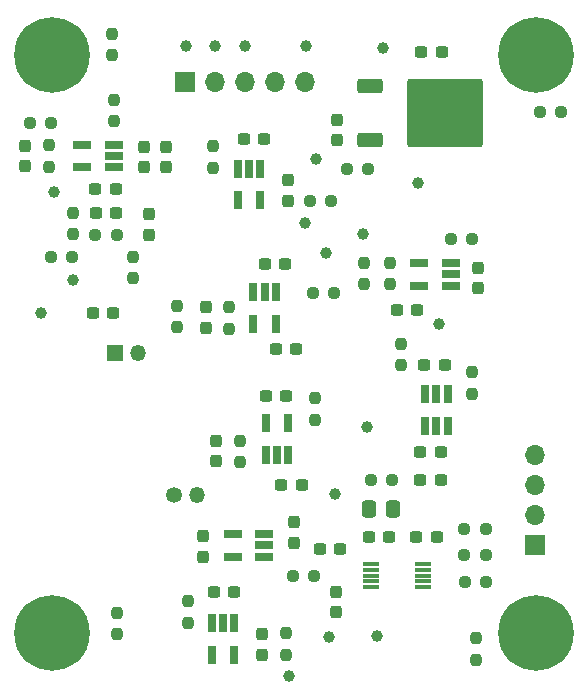
<source format=gbr>
%TF.GenerationSoftware,KiCad,Pcbnew,7.0.2-0*%
%TF.CreationDate,2025-01-08T13:19:12-05:00*%
%TF.ProjectId,plaqchek_sipm_sens,706c6171-6368-4656-9b5f-7369706d5f73,rev?*%
%TF.SameCoordinates,Original*%
%TF.FileFunction,Soldermask,Top*%
%TF.FilePolarity,Negative*%
%FSLAX46Y46*%
G04 Gerber Fmt 4.6, Leading zero omitted, Abs format (unit mm)*
G04 Created by KiCad (PCBNEW 7.0.2-0) date 2025-01-08 13:19:12*
%MOMM*%
%LPD*%
G01*
G04 APERTURE LIST*
G04 Aperture macros list*
%AMRoundRect*
0 Rectangle with rounded corners*
0 $1 Rounding radius*
0 $2 $3 $4 $5 $6 $7 $8 $9 X,Y pos of 4 corners*
0 Add a 4 corners polygon primitive as box body*
4,1,4,$2,$3,$4,$5,$6,$7,$8,$9,$2,$3,0*
0 Add four circle primitives for the rounded corners*
1,1,$1+$1,$2,$3*
1,1,$1+$1,$4,$5*
1,1,$1+$1,$6,$7*
1,1,$1+$1,$8,$9*
0 Add four rect primitives between the rounded corners*
20,1,$1+$1,$2,$3,$4,$5,0*
20,1,$1+$1,$4,$5,$6,$7,0*
20,1,$1+$1,$6,$7,$8,$9,0*
20,1,$1+$1,$8,$9,$2,$3,0*%
G04 Aperture macros list end*
%ADD10C,1.000000*%
%ADD11RoundRect,0.237500X-0.300000X-0.237500X0.300000X-0.237500X0.300000X0.237500X-0.300000X0.237500X0*%
%ADD12RoundRect,0.237500X-0.250000X-0.237500X0.250000X-0.237500X0.250000X0.237500X-0.250000X0.237500X0*%
%ADD13RoundRect,0.237500X-0.237500X0.250000X-0.237500X-0.250000X0.237500X-0.250000X0.237500X0.250000X0*%
%ADD14RoundRect,0.237500X0.250000X0.237500X-0.250000X0.237500X-0.250000X-0.237500X0.250000X-0.237500X0*%
%ADD15RoundRect,0.237500X0.237500X-0.300000X0.237500X0.300000X-0.237500X0.300000X-0.237500X-0.300000X0*%
%ADD16R,0.650000X1.560000*%
%ADD17R,1.560000X0.650000*%
%ADD18RoundRect,0.237500X0.300000X0.237500X-0.300000X0.237500X-0.300000X-0.237500X0.300000X-0.237500X0*%
%ADD19RoundRect,0.237500X0.237500X-0.250000X0.237500X0.250000X-0.237500X0.250000X-0.237500X-0.250000X0*%
%ADD20C,6.400000*%
%ADD21RoundRect,0.237500X-0.237500X0.300000X-0.237500X-0.300000X0.237500X-0.300000X0.237500X0.300000X0*%
%ADD22R,1.700000X1.700000*%
%ADD23O,1.700000X1.700000*%
%ADD24RoundRect,0.250000X-0.850000X-0.350000X0.850000X-0.350000X0.850000X0.350000X-0.850000X0.350000X0*%
%ADD25RoundRect,0.249997X-2.950003X-2.650003X2.950003X-2.650003X2.950003X2.650003X-2.950003X2.650003X0*%
%ADD26R,1.400000X0.300000*%
%ADD27RoundRect,0.250000X-0.337500X-0.475000X0.337500X-0.475000X0.337500X0.475000X-0.337500X0.475000X0*%
%ADD28R,1.350000X1.350000*%
%ADD29O,1.350000X1.350000*%
%ADD30C,1.350000*%
G04 APERTURE END LIST*
D10*
%TO.C,TP9*%
X172396000Y-61300000D03*
%TD*%
%TO.C,TP16*%
X179200000Y-78800000D03*
%TD*%
D11*
%TO.C,C31*%
X187200000Y-98000000D03*
X188925000Y-98000000D03*
%TD*%
D12*
%TO.C,R9*%
X178087500Y-82200000D03*
X179912500Y-82200000D03*
%TD*%
D13*
%TO.C,R8*%
X178300000Y-91075000D03*
X178300000Y-92900000D03*
%TD*%
D12*
%TO.C,R13*%
X176379500Y-106172000D03*
X178204500Y-106172000D03*
%TD*%
D13*
%TO.C,R11*%
X171900000Y-94675000D03*
X171900000Y-96500000D03*
%TD*%
D14*
%TO.C,R25*%
X182800000Y-71695000D03*
X180975000Y-71695000D03*
%TD*%
D15*
%TO.C,C17*%
X163773950Y-71527000D03*
X163773950Y-69802000D03*
%TD*%
D10*
%TO.C,TP4*%
X179475000Y-111325000D03*
%TD*%
D12*
%TO.C,R21*%
X197320000Y-66840000D03*
X199145000Y-66840000D03*
%TD*%
D11*
%TO.C,C25*%
X187275000Y-61800000D03*
X189000000Y-61800000D03*
%TD*%
D16*
%TO.C,U2*%
X174969800Y-82118000D03*
X174019800Y-82118000D03*
X173069800Y-82118000D03*
X173069800Y-84818000D03*
X174969800Y-84818000D03*
%TD*%
D17*
%TO.C,U11*%
X189771400Y-81563000D03*
X189771400Y-80613000D03*
X189771400Y-79663000D03*
X187071400Y-79663000D03*
X187071400Y-81563000D03*
%TD*%
D11*
%TO.C,C20*%
X159700000Y-73378000D03*
X161425000Y-73378000D03*
%TD*%
D18*
%TO.C,C23*%
X175734500Y-79693000D03*
X174009500Y-79693000D03*
%TD*%
D19*
%TO.C,R20*%
X161100000Y-62050000D03*
X161100000Y-60225000D03*
%TD*%
%TO.C,R24*%
X167562000Y-110124000D03*
X167562000Y-108299000D03*
%TD*%
D13*
%TO.C,R18*%
X175800000Y-110975000D03*
X175800000Y-112800000D03*
%TD*%
D18*
%TO.C,C14*%
X180440500Y-103886000D03*
X178715500Y-103886000D03*
%TD*%
D20*
%TO.C,H3*%
X156000000Y-111000000D03*
%TD*%
D18*
%TO.C,C15*%
X171462500Y-107499000D03*
X169737500Y-107499000D03*
%TD*%
D17*
%TO.C,U4*%
X174000000Y-104500000D03*
X174000000Y-103550000D03*
X174000000Y-102600000D03*
X171300000Y-102600000D03*
X171300000Y-104500000D03*
%TD*%
D11*
%TO.C,C9*%
X187537500Y-88297200D03*
X189262500Y-88297200D03*
%TD*%
D10*
%TO.C,TP19*%
X177546000Y-61300000D03*
%TD*%
D12*
%TO.C,R29*%
X190925000Y-104400000D03*
X192750000Y-104400000D03*
%TD*%
D19*
%TO.C,R23*%
X191930000Y-113252500D03*
X191930000Y-111427500D03*
%TD*%
%TO.C,R7*%
X170971800Y-85213000D03*
X170971800Y-83388000D03*
%TD*%
D13*
%TO.C,R5*%
X162850000Y-79100000D03*
X162850000Y-80925000D03*
%TD*%
D10*
%TO.C,TP20*%
X182700000Y-93500000D03*
%TD*%
D20*
%TO.C,H2*%
X197000000Y-62000000D03*
%TD*%
D19*
%TO.C,R27*%
X185600000Y-88312500D03*
X185600000Y-86487500D03*
%TD*%
%TO.C,R22*%
X161500000Y-111075000D03*
X161500000Y-109250000D03*
%TD*%
D14*
%TO.C,R4*%
X179655000Y-74380000D03*
X177830000Y-74380000D03*
%TD*%
D18*
%TO.C,C6*%
X176684500Y-86968000D03*
X174959500Y-86968000D03*
%TD*%
D15*
%TO.C,C21*%
X153729750Y-71460500D03*
X153729750Y-69735500D03*
%TD*%
D10*
%TO.C,TP14*%
X184000000Y-61400000D03*
%TD*%
D15*
%TO.C,C16*%
X173762000Y-112800000D03*
X173762000Y-111075000D03*
%TD*%
D18*
%TO.C,C29*%
X186952500Y-83640000D03*
X185227500Y-83640000D03*
%TD*%
D20*
%TO.C,H1*%
X156000000Y-62000000D03*
%TD*%
D12*
%TO.C,R26*%
X189769500Y-77631000D03*
X191594500Y-77631000D03*
%TD*%
D10*
%TO.C,TP6*%
X182372000Y-77216000D03*
%TD*%
D15*
%TO.C,C28*%
X192053600Y-81796600D03*
X192053600Y-80071600D03*
%TD*%
D18*
%TO.C,C8*%
X175834500Y-90922200D03*
X174109500Y-90922200D03*
%TD*%
D21*
%TO.C,C26*%
X180175000Y-67537500D03*
X180175000Y-69262500D03*
%TD*%
D10*
%TO.C,TP11*%
X187000000Y-72900000D03*
%TD*%
D12*
%TO.C,R31*%
X190900000Y-102150000D03*
X192725000Y-102150000D03*
%TD*%
D19*
%TO.C,R17*%
X157800000Y-77225000D03*
X157800000Y-75400000D03*
%TD*%
D13*
%TO.C,R12*%
X191590900Y-88885200D03*
X191590900Y-90710200D03*
%TD*%
D21*
%TO.C,C12*%
X180086000Y-107495000D03*
X180086000Y-109220000D03*
%TD*%
D15*
%TO.C,C4*%
X175980000Y-74372500D03*
X175980000Y-72647500D03*
%TD*%
D10*
%TO.C,TP13*%
X169796000Y-61300000D03*
%TD*%
D13*
%TO.C,R19*%
X182400000Y-79637500D03*
X182400000Y-81462500D03*
%TD*%
D14*
%TO.C,R16*%
X155956000Y-67818000D03*
X154131000Y-67818000D03*
%TD*%
D10*
%TO.C,TP8*%
X167396000Y-61300000D03*
%TD*%
%TO.C,TP3*%
X176125000Y-114650000D03*
%TD*%
D11*
%TO.C,C3*%
X159475000Y-83900000D03*
X161200000Y-83900000D03*
%TD*%
%TO.C,C30*%
X182850800Y-102814200D03*
X184575800Y-102814200D03*
%TD*%
D22*
%TO.C,J2*%
X196950000Y-103505000D03*
D23*
X196950000Y-100965000D03*
X196950000Y-98425000D03*
X196950000Y-95885000D03*
%TD*%
D13*
%TO.C,R6*%
X166600000Y-83275000D03*
X166600000Y-85100000D03*
%TD*%
D10*
%TO.C,TP7*%
X188800000Y-84800000D03*
%TD*%
D21*
%TO.C,C27*%
X176500000Y-101587500D03*
X176500000Y-103312500D03*
%TD*%
D12*
%TO.C,R1*%
X155925000Y-79150000D03*
X157750000Y-79150000D03*
%TD*%
D19*
%TO.C,R3*%
X169650000Y-71575000D03*
X169650000Y-69750000D03*
%TD*%
D15*
%TO.C,C5*%
X169053800Y-85113000D03*
X169053800Y-83388000D03*
%TD*%
D21*
%TO.C,C10*%
X168800000Y-102787500D03*
X168800000Y-104512500D03*
%TD*%
D24*
%TO.C,U9*%
X182950000Y-64690000D03*
D25*
X189250000Y-66970000D03*
D24*
X182950000Y-69250000D03*
%TD*%
D13*
%TO.C,R14*%
X161239750Y-65823000D03*
X161239750Y-67648000D03*
%TD*%
D10*
%TO.C,TP10*%
X178400000Y-70800000D03*
%TD*%
D21*
%TO.C,C7*%
X169900000Y-94700000D03*
X169900000Y-96425000D03*
%TD*%
D22*
%TO.C,J3*%
X167296000Y-64300000D03*
D23*
X169836000Y-64300000D03*
X172376000Y-64300000D03*
X174916000Y-64300000D03*
X177456000Y-64300000D03*
%TD*%
D16*
%TO.C,U1*%
X173622701Y-71648808D03*
X172672701Y-71648808D03*
X171722701Y-71648808D03*
X171722701Y-74348808D03*
X173622701Y-74348808D03*
%TD*%
D17*
%TO.C,U8*%
X161235550Y-71517200D03*
X161235550Y-70567200D03*
X161235550Y-69617200D03*
X158535550Y-69617200D03*
X158535550Y-71517200D03*
%TD*%
D10*
%TO.C,TP12*%
X180000000Y-99200000D03*
%TD*%
D14*
%TO.C,R28*%
X184825000Y-98000000D03*
X183000000Y-98000000D03*
%TD*%
D10*
%TO.C,TP1*%
X157825000Y-81125000D03*
%TD*%
D16*
%TO.C,U7*%
X171462000Y-110099000D03*
X170512000Y-110099000D03*
X169562000Y-110099000D03*
X169562000Y-112799000D03*
X171462000Y-112799000D03*
%TD*%
D19*
%TO.C,R10*%
X184658400Y-81464500D03*
X184658400Y-79639500D03*
%TD*%
D10*
%TO.C,TP15*%
X183500000Y-111250000D03*
%TD*%
%TO.C,TP17*%
X155080000Y-83840000D03*
%TD*%
D16*
%TO.C,U5*%
X187610300Y-93410200D03*
X188560300Y-93410200D03*
X189510300Y-93410200D03*
X189510300Y-90710200D03*
X188560300Y-90710200D03*
X187610300Y-90710200D03*
%TD*%
D26*
%TO.C,U6*%
X183003200Y-105108200D03*
X183003200Y-105608200D03*
X183003200Y-106108200D03*
X183003200Y-106608200D03*
X183003200Y-107108200D03*
X187403200Y-107108200D03*
X187403200Y-106608200D03*
X187403200Y-106108200D03*
X187403200Y-105608200D03*
X187403200Y-105108200D03*
%TD*%
D10*
%TO.C,TP5*%
X177430000Y-76260000D03*
%TD*%
D18*
%TO.C,C22*%
X188600000Y-102825000D03*
X186875000Y-102825000D03*
%TD*%
D15*
%TO.C,C18*%
X165679750Y-71508000D03*
X165679750Y-69783000D03*
%TD*%
D18*
%TO.C,C24*%
X177162500Y-98475000D03*
X175437500Y-98475000D03*
%TD*%
D12*
%TO.C,R2*%
X159687500Y-77250000D03*
X161512500Y-77250000D03*
%TD*%
D20*
%TO.C,H4*%
X197000000Y-111000000D03*
%TD*%
D19*
%TO.C,R15*%
X155769750Y-71520500D03*
X155769750Y-69695500D03*
%TD*%
D18*
%TO.C,C1*%
X173962500Y-69175000D03*
X172237500Y-69175000D03*
%TD*%
D21*
%TO.C,C2*%
X164200000Y-75537500D03*
X164200000Y-77262500D03*
%TD*%
D11*
%TO.C,C19*%
X159702500Y-75438000D03*
X161427500Y-75438000D03*
%TD*%
D10*
%TO.C,TP2*%
X156160000Y-73670000D03*
%TD*%
D11*
%TO.C,C11*%
X187198900Y-95663200D03*
X188923900Y-95663200D03*
%TD*%
D16*
%TO.C,U3*%
X174122000Y-95918000D03*
X175072000Y-95918000D03*
X176022000Y-95918000D03*
X176022000Y-93218000D03*
X174122000Y-93218000D03*
%TD*%
D27*
%TO.C,C13*%
X182850800Y-100477400D03*
X184925800Y-100477400D03*
%TD*%
D12*
%TO.C,R30*%
X190975000Y-106650000D03*
X192800000Y-106650000D03*
%TD*%
D28*
%TO.C,U10*%
X161327000Y-87303000D03*
D29*
X163327000Y-87303000D03*
D30*
X166327000Y-99303000D03*
D29*
X168327000Y-99303000D03*
%TD*%
M02*

</source>
